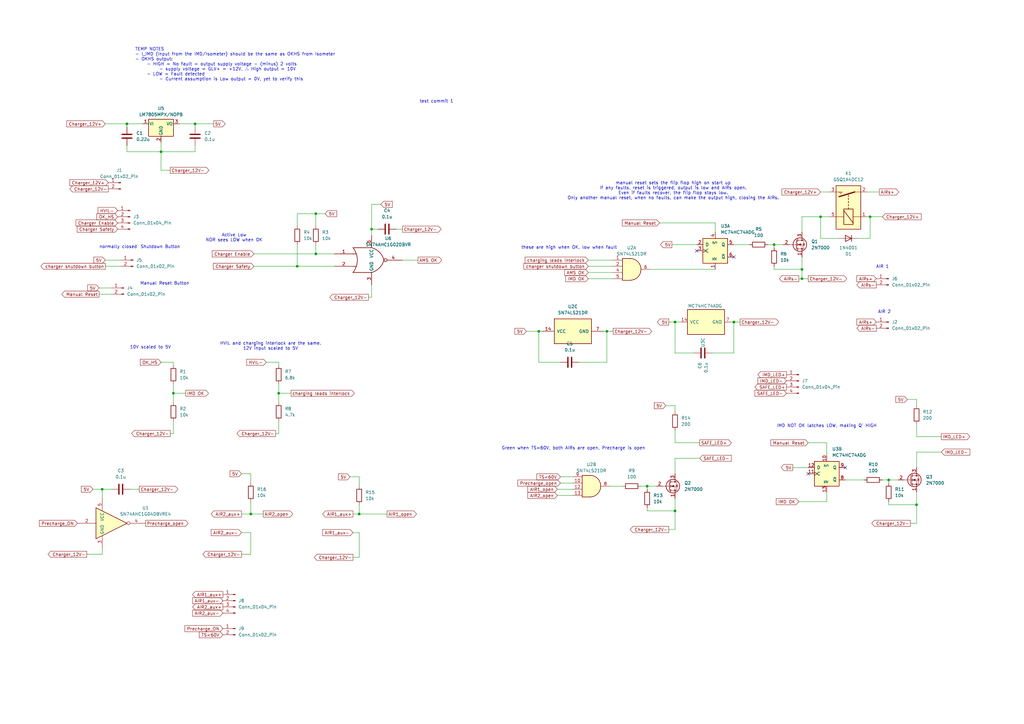
<source format=kicad_sch>
(kicad_sch (version 20250114) (generator "eeschema") (generator_version "9.0")
  (paper "A3")
  (title_block (comment 1 "Author: Keelan Reilly"))
  (lib_symbols
    (symbol "74xGxx:74AHC1G02"
      (property "Reference" "U" (at -2.54 3.81 0))
      (property "Value" "74AHC1G02" (at 0 -3.81 0))
      (symbol "74AHC1G02_1_1"
        (pin input line (at -15.24 2.54 0) (length 7.62) (name "~") (number "1"))
        (pin input line (at -15.24 -2.54 0) (length 7.62) (name "~") (number "2"))
        (pin power_in line (at 0 10.16 270) (length 5.08) (name "VCC") (number "5"))
        (pin power_in line (at 0 -10.16 90) (length 5.08) (name "GND") (number "3"))
        (pin output inverted (at 12.7 0 180) (length 7.62) (name "~") (number "4"))
      )
    )
    (symbol "74xGxx:74AHC1G04"
      (property "Reference" "U" (at -2.54 3.81 0))
      (property "Value" "74AHC1G04" (at 0 -3.81 0))
      (symbol "74AHC1G04_1_1"
        (pin input line (at -15.24 0 0) (length 7.62) (name "~") (number "2"))
        (pin power_in line (at -5.08 10.16 270) (length 5.08) (name "VCC") (number "5"))
        (pin power_in line (at -5.08 -10.16 90) (length 5.08) (name "GND") (number "3"))
        (pin output inverted (at 12.7 0 180) (length 7.62) (name "~") (number "4"))
      )
    )
    (symbol "74xx:74HC74" (pin_names (offset 1.016))
      (property "Reference" "U" (at -7.62 8.89 0))
      (property "Value" "74HC74" (at -7.62 -8.89 0))
      (symbol "74HC74_1_0"
        (pin input line (at -7.62 2.54 0) (length 2.54) (name "D") (number "2"))
        (pin input clock (at -7.62 0 0) (length 2.54) (name "C") (number "3"))
        (pin input line (at 0 7.62 270) (length 2.54) (name "~{S}") (number "4"))
        (pin input line (at 0 -7.62 90) (length 2.54) (name "~{R}") (number "1"))
        (pin output line (at 7.62 2.54 180) (length 2.54) (name "Q") (number "5"))
        (pin output line (at 7.62 -2.54 180) (length 2.54) (name "~{Q}") (number "6"))
      )
      (symbol "74HC74_2_0"
        (pin input line (at -7.62 2.54 0) (length 2.54) (name "D") (number "12"))
        (pin input clock (at -7.62 0 0) (length 2.54) (name "C") (number "11"))
        (pin input line (at 0 7.62 270) (length 2.54) (name "~{S}") (number "10"))
        (pin input line (at 0 -7.62 90) (length 2.54) (name "~{R}") (number "13"))
        (pin output line (at 7.62 2.54 180) (length 2.54) (name "Q") (number "9"))
        (pin output line (at 7.62 -2.54 180) (length 2.54) (name "~{Q}") (number "8"))
      )
      (symbol "74HC74_3_0"
        (pin power_in line (at 0 10.16 270) (length 2.54) (name "VCC") (number "14"))
        (pin power_in line (at 0 -10.16 90) (length 2.54) (name "GND") (number "7"))
      )
    )
    (symbol "74xx:74LS21" (pin_names (offset 1.016))
      (property "Reference" "U" (at 0 1.27 0))
      (property "Value" "74LS21" (at 0 -1.27 0))
      (symbol "74LS21_1_1"
        (pin input line (at -7.62 3.81 0) (length 3.81) (name "~") (number "1"))
        (pin input line (at -7.62 1.27 0) (length 3.81) (name "~") (number "2"))
        (pin input line (at -7.62 -1.27 0) (length 3.81) (name "~") (number "4"))
        (pin input line (at -7.62 -3.81 0) (length 3.81) (name "~") (number "5"))
        (pin output line (at 7.62 0 180) (length 3.81) (name "~") (number "6"))
      )
      (symbol "74LS21_1_2"
        (pin input inverted (at -7.62 3.81 0) (length 3.81) (name "~") (number "1"))
        (pin input inverted (at -7.62 1.27 0) (length 4.826) (name "~") (number "2"))
        (pin input inverted (at -7.62 -1.27 0) (length 4.826) (name "~") (number "4"))
        (pin input inverted (at -7.62 -3.81 0) (length 3.81) (name "~") (number "5"))
        (pin output inverted (at 7.62 0 180) (length 3.81) (name "~") (number "6"))
      )
      (symbol "74LS21_2_1"
        (pin input line (at -7.62 3.81 0) (length 3.81) (name "~") (number "9"))
        (pin input line (at -7.62 1.27 0) (length 3.81) (name "~") (number "10"))
        (pin input line (at -7.62 -1.27 0) (length 3.81) (name "~") (number "12"))
        (pin input line (at -7.62 -3.81 0) (length 3.81) (name "~") (number "13"))
        (pin output line (at 7.62 0 180) (length 3.81) (name "~") (number "8"))
      )
      (symbol "74LS21_2_2"
        (pin input inverted (at -7.62 3.81 0) (length 3.81) (name "~") (number "9"))
        (pin input inverted (at -7.62 1.27 0) (length 4.826) (name "~") (number "10"))
        (pin input inverted (at -7.62 -1.27 0) (length 4.826) (name "~") (number "12"))
        (pin input inverted (at -7.62 -3.81 0) (length 3.81) (name "~") (number "13"))
        (pin output inverted (at 7.62 0 180) (length 3.81) (name "~") (number "8"))
      )
      (symbol "74LS21_3_0"
        (pin power_in line (at 0 12.7 270) (length 5.08) (name "VCC") (number "14"))
        (pin power_in line (at 0 -12.7 90) (length 5.08) (name "GND") (number "7"))
      )
    )
    (symbol "Connector:Conn_01x02_Pin" (pin_names (offset 1.016) (hide yes))
      (property "Reference" "J" (at 0 2.54 0))
      (property "Value" "Conn_01x02_Pin" (at 0 -5.08 0))
      (symbol "Conn_01x02_Pin_1_1"
        (pin passive line (at 5.08 0 180) (length 3.81) (name "Pin_1") (number "1"))
        (pin passive line (at 5.08 -2.54 180) (length 3.81) (name "Pin_2") (number "2"))
      )
    )
    (symbol "Connector:Conn_01x04_Pin" (pin_names (offset 1.016) (hide yes))
      (property "Reference" "J" (at 0 5.08 0))
      (property "Value" "Conn_01x04_Pin" (at 0 -7.62 0))
      (symbol "Conn_01x04_Pin_1_1"
        (pin passive line (at 5.08 2.54 180) (length 3.81) (name "Pin_1") (number "1"))
        (pin passive line (at 5.08 0 180) (length 3.81) (name "Pin_2") (number "2"))
        (pin passive line (at 5.08 -2.54 180) (length 3.81) (name "Pin_3") (number "3"))
        (pin passive line (at 5.08 -5.08 180) (length 3.81) (name "Pin_4") (number "4"))
      )
    )
    (symbol "Device:C" (pin_numbers (hide yes)) (pin_names (offset 0.254))
      (property "Reference" "C" (at 0.635 2.54 0))
      (property "Value" "C" (at 0.635 -2.54 0))
      (symbol "C_1_1"
        (pin passive line (at 0 3.81 270) (length 2.794) (name "~") (number "1"))
        (pin passive line (at 0 -3.81 90) (length 2.794) (name "~") (number "2"))
      )
    )
    (symbol "Device:R" (pin_numbers (hide yes)) (pin_names (offset 0))
      (property "Reference" "R" (at 2.032 0 90))
      (property "Value" "R" (at 0 0 90))
      (symbol "R_1_1"
        (pin passive line (at 0 3.81 270) (length 1.27) (name "~") (number "1"))
        (pin passive line (at 0 -3.81 90) (length 1.27) (name "~") (number "2"))
      )
    )
    (symbol "Diode:1N4001" (pin_numbers (hide yes)) (pin_names (hide yes))
      (property "Reference" "D" (at 0 2.54 0))
      (property "Value" "1N4001" (at 0 -2.54 0))
      (symbol "1N4001_1_1"
        (pin passive line (at -3.81 0 0) (length 2.54) (name "K") (number "1"))
        (pin passive line (at 3.81 0 180) (length 2.54) (name "A") (number "2"))
      )
    )
    (symbol "Regulator_Linear:LM7805_TO220" (pin_names (offset 0.254))
      (property "Reference" "U" (at -3.81 3.175 0))
      (property "Value" "LM7805_TO220" (at 0 3.175 0))
      (symbol "LM7805_TO220_1_1"
        (pin power_in line (at -7.62 0 0) (length 2.54) (name "VI") (number "1"))
        (pin power_in line (at 0 -7.62 90) (length 2.54) (name "GND") (number "2"))
        (pin power_out line (at 7.62 0 180) (length 2.54) (name "VO") (number "3"))
      )
    )
    (symbol "Relay:G5Q-1A"
      (property "Reference" "K" (at 8.89 3.81 0))
      (property "Value" "G5Q-1A" (at 8.89 1.27 0))
      (symbol "G5Q-1A_1_1"
        (pin passive line (at -5.08 7.62 270) (length 2.54) (name "~") (number "5"))
        (pin passive line (at -5.08 -7.62 90) (length 2.54) (name "~") (number "1"))
        (pin passive line (at 5.08 7.62 270) (length 2.54) (name "~") (number "3"))
        (pin passive line (at 5.08 -7.62 90) (length 2.54) (name "~") (number "2"))
      )
    )
    (symbol "Transistor_FET:2N7000" (pin_names (hide yes))
      (property "Reference" "Q" (at 5.08 1.905 0))
      (property "Value" "2N7000" (at 5.08 0 0))
      (symbol "2N7000_1_1"
        (pin input line (at -5.08 0 0) (length 2.54) (name "G") (number "2"))
        (pin passive line (at 2.54 5.08 270) (length 2.54) (name "D") (number "3"))
        (pin passive line (at 2.54 -5.08 90) (length 2.54) (name "S") (number "1"))
      )
    )
  )
  (text "test commit 1" (at 179.07 41.656 0) (effects (font (size 1.27 1.27))))
  (text "10V scaled to 5V" (at 61.722 142.494 0) (effects (font (size 1.27 1.27))))
  (text "AIR 2" (at 362.712 128.016 0) (effects (font (size 1.27 1.27))))
  (text "manual reset sets the flip flop high on start up\nIf any faults, reset is triggered, output is low and AIRs open.\nEven if faults recover, the flip flop stays low.\nOnly another manual reset, when no faults, can make the output high, closing the AIRs." (at 276.098 78.232 0) (effects (font (size 1.27 1.27))))
  (text "AIR 1" (at 361.95 109.474 0) (effects (font (size 1.27 1.27))))
  (text "Green when TS<60V, both AIRs are open, Precharge is open" (at 235.204 183.896 0) (effects (font (size 1.27 1.27))))
  (text "Manual Reset Button" (at 67.564 116.332 0) (effects (font (size 1.27 1.27))))
  (text "these are high when OK, low when fault" (at 233.426 101.6 0) (effects (font (size 1.27 1.27))))
  (text "Active Low\nNOR sees LOW when OK" (at 96.012 97.536 0) (effects (font (size 1.27 1.27))))
  (text "normally closed" (at 48.514 101.346 0) (effects (font (size 1.27 1.27))))
  (text "TEMP NOTES\n- I_IMD (Input from the IMD/Isometer) should be the same as OKHS from Isometer\n- OKHS output:\n	- HIGH = No fault = output supply voltage - (minus) 2 volts\n		- supply voltage = GLV+ = +12V, ∴ High output = 10V\n	- LOW = Fault detected\n		- Current assumption is Low output = 0V, yet to verify this" (at 55.372 26.416 0) (effects (font (size 1.27 1.27)) (justify left)))
  (text "Shutdown Button" (at 65.786 101.346 0) (effects (font (size 1.27 1.27))))
  (text "IMD NOT OK latches LOW, making Q' HIGH" (at 339.09 174.752 0) (effects (font (size 1.27 1.27))))
  (text "HVIL and charging interlock are the same.\n12V input scaled to 5V" (at 110.998 141.986 0) (effects (font (size 1.27 1.27))))
  (junction (at 152.4 93.98))
  (junction (at 300.99 132.08))
  (junction (at 129.54 87.63))
  (junction (at 102.87 210.82))
  (junction (at 71.12 161.29))
  (junction (at 356.87 88.9))
  (junction (at 328.93 110.49))
  (junction (at 147.32 210.82))
  (junction (at 375.92 207.01))
  (junction (at 114.3 161.29))
  (junction (at 248.92 135.89))
  (junction (at 276.86 132.08))
  (junction (at 52.07 50.8))
  (junction (at 328.93 114.3))
  (junction (at 265.43 199.39))
  (junction (at 121.92 109.22))
  (junction (at 364.49 196.85))
  (junction (at 276.86 209.55))
  (junction (at 41.91 200.66))
  (junction (at 80.01 50.8))
  (junction (at 129.54 104.14))
  (junction (at 66.04 62.23))
  (junction (at 336.55 88.9))
  (junction (at 317.5 100.33))
  (junction (at 220.98 135.89))
  (no_connect (at 285.75 102.87))
  (no_connect (at 300.99 105.41))
  (no_connect (at 331.47 194.31))
  (no_connect (at 346.71 191.77))
  (wire (pts (xy 228.6 203.2) (xy 234.95 203.2)))
  (wire (pts (xy 152.4 93.98) (xy 152.4 96.52)))
  (wire (pts (xy 73.66 50.8) (xy 80.01 50.8)))
  (wire (pts (xy 102.87 210.82) (xy 107.95 210.82)))
  (wire (pts (xy 251.46 135.89) (xy 248.92 135.89)))
  (wire (pts (xy 41.91 200.66) (xy 41.91 204.47)))
  (wire (pts (xy 300.99 132.08) (xy 300.99 144.78)))
  (wire (pts (xy 71.12 148.59) (xy 71.12 149.86)))
  (wire (pts (xy 113.03 177.8) (xy 114.3 177.8)))
  (wire (pts (xy 287.02 181.61) (xy 276.86 181.61)))
  (wire (pts (xy 71.12 157.48) (xy 71.12 161.29)))
  (wire (pts (xy 66.04 62.23) (xy 80.01 62.23)))
  (wire (pts (xy 386.08 179.07) (xy 375.92 179.07)))
  (wire (pts (xy 276.86 187.96) (xy 276.86 194.31)))
  (wire (pts (xy 265.43 209.55) (xy 276.86 209.55)))
  (wire (pts (xy 35.56 227.33) (xy 41.91 227.33)))
  (wire (pts (xy 66.04 69.85) (xy 69.85 69.85)))
  (wire (pts (xy 317.5 109.22) (xy 317.5 110.49)))
  (wire (pts (xy 40.64 120.65) (xy 45.72 120.65)))
  (wire (pts (xy 360.68 78.74) (xy 355.6 78.74)))
  (wire (pts (xy 344.17 97.79) (xy 336.55 97.79)))
  (wire (pts (xy 121.92 109.22) (xy 137.16 109.22)))
  (wire (pts (xy 80.01 62.23) (xy 80.01 59.69)))
  (wire (pts (xy 327.66 205.74) (xy 339.09 205.74)))
  (wire (pts (xy 265.43 200.66) (xy 265.43 199.39)))
  (wire (pts (xy 43.18 50.8) (xy 52.07 50.8)))
  (wire (pts (xy 248.92 148.59) (xy 248.92 135.89)))
  (wire (pts (xy 339.09 205.74) (xy 339.09 201.93)))
  (wire (pts (xy 71.12 161.29) (xy 76.2 161.29)))
  (wire (pts (xy 328.93 110.49) (xy 328.93 114.3)))
  (wire (pts (xy 147.32 207.01) (xy 147.32 210.82)))
  (wire (pts (xy 250.19 199.39) (xy 255.27 199.39)))
  (wire (pts (xy 71.12 177.8) (xy 71.12 172.72)))
  (wire (pts (xy 262.89 199.39) (xy 265.43 199.39)))
  (wire (pts (xy 340.36 88.9) (xy 336.55 88.9)))
  (wire (pts (xy 129.54 87.63) (xy 121.92 87.63)))
  (wire (pts (xy 375.92 207.01) (xy 375.92 214.63)))
  (wire (pts (xy 229.87 195.58) (xy 234.95 195.58)))
  (wire (pts (xy 317.5 110.49) (xy 328.93 110.49)))
  (wire (pts (xy 275.59 100.33) (xy 285.75 100.33)))
  (wire (pts (xy 265.43 199.39) (xy 269.24 199.39)))
  (wire (pts (xy 102.87 210.82) (xy 102.87 205.74)))
  (wire (pts (xy 71.12 161.29) (xy 71.12 165.1)))
  (wire (pts (xy 147.32 218.44) (xy 147.32 228.6)))
  (wire (pts (xy 237.49 148.59) (xy 248.92 148.59)))
  (wire (pts (xy 99.06 210.82) (xy 102.87 210.82)))
  (wire (pts (xy 104.14 109.22) (xy 121.92 109.22)))
  (wire (pts (xy 314.96 100.33) (xy 317.5 100.33)))
  (wire (pts (xy 114.3 148.59) (xy 114.3 149.86)))
  (wire (pts (xy 270.51 91.44) (xy 293.37 91.44)))
  (wire (pts (xy 99.06 194.31) (xy 102.87 194.31)))
  (wire (pts (xy 300.99 100.33) (xy 307.34 100.33)))
  (wire (pts (xy 229.87 198.12) (xy 234.95 198.12)))
  (wire (pts (xy 102.87 194.31) (xy 102.87 198.12)))
  (wire (pts (xy 355.6 88.9) (xy 356.87 88.9)))
  (wire (pts (xy 121.92 100.33) (xy 121.92 109.22)))
  (wire (pts (xy 66.04 58.42) (xy 66.04 62.23)))
  (wire (pts (xy 129.54 100.33) (xy 129.54 104.14)))
  (wire (pts (xy 133.35 87.63) (xy 129.54 87.63)))
  (wire (pts (xy 53.34 200.66) (xy 57.15 200.66)))
  (wire (pts (xy 356.87 88.9) (xy 361.95 88.9)))
  (wire (pts (xy 375.92 201.93) (xy 375.92 207.01)))
  (wire (pts (xy 152.4 121.92) (xy 152.4 116.84)))
  (wire (pts (xy 373.38 214.63) (xy 375.92 214.63)))
  (wire (pts (xy 171.45 106.68) (xy 165.1 106.68)))
  (wire (pts (xy 222.25 135.89) (xy 220.98 135.89)))
  (wire (pts (xy 346.71 196.85) (xy 354.33 196.85)))
  (wire (pts (xy 303.53 132.08) (xy 300.99 132.08)))
  (wire (pts (xy 276.86 144.78) (xy 276.86 132.08)))
  (wire (pts (xy 276.86 132.08) (xy 279.4 132.08)))
  (wire (pts (xy 102.87 218.44) (xy 102.87 227.33)))
  (wire (pts (xy 361.95 196.85) (xy 364.49 196.85)))
  (wire (pts (xy 265.43 208.28) (xy 265.43 209.55)))
  (wire (pts (xy 274.32 217.17) (xy 276.86 217.17)))
  (wire (pts (xy 292.1 144.78) (xy 300.99 144.78)))
  (wire (pts (xy 69.85 177.8) (xy 71.12 177.8)))
  (wire (pts (xy 114.3 161.29) (xy 119.38 161.29)))
  (wire (pts (xy 52.07 62.23) (xy 66.04 62.23)))
  (wire (pts (xy 364.49 207.01) (xy 375.92 207.01)))
  (wire (pts (xy 109.22 148.59) (xy 114.3 148.59)))
  (wire (pts (xy 147.32 210.82) (xy 144.78 210.82)))
  (wire (pts (xy 220.98 148.59) (xy 229.87 148.59)))
  (wire (pts (xy 154.94 93.98) (xy 152.4 93.98)))
  (wire (pts (xy 143.51 195.58) (xy 147.32 195.58)))
  (wire (pts (xy 41.91 227.33) (xy 41.91 224.79)))
  (wire (pts (xy 317.5 101.6) (xy 317.5 100.33)))
  (wire (pts (xy 151.13 121.92) (xy 152.4 121.92)))
  (wire (pts (xy 386.08 185.42) (xy 375.92 185.42)))
  (wire (pts (xy 147.32 195.58) (xy 147.32 199.39)))
  (wire (pts (xy 241.3 114.3) (xy 251.46 114.3)))
  (wire (pts (xy 220.98 135.89) (xy 220.98 148.59)))
  (wire (pts (xy 300.99 132.08) (xy 299.72 132.08)))
  (wire (pts (xy 274.32 132.08) (xy 276.86 132.08)))
  (wire (pts (xy 287.02 187.96) (xy 276.86 187.96)))
  (wire (pts (xy 328.93 88.9) (xy 328.93 95.25)))
  (wire (pts (xy 317.5 100.33) (xy 321.31 100.33)))
  (wire (pts (xy 293.37 91.44) (xy 293.37 95.25)))
  (wire (pts (xy 147.32 228.6) (xy 144.78 228.6)))
  (wire (pts (xy 114.3 177.8) (xy 114.3 172.72)))
  (wire (pts (xy 228.6 200.66) (xy 234.95 200.66)))
  (wire (pts (xy 327.66 114.3) (xy 328.93 114.3)))
  (wire (pts (xy 375.92 163.83) (xy 375.92 166.37)))
  (wire (pts (xy 336.55 88.9) (xy 328.93 88.9)))
  (wire (pts (xy 241.3 109.22) (xy 251.46 109.22)))
  (wire (pts (xy 80.01 50.8) (xy 80.01 52.07)))
  (wire (pts (xy 66.04 62.23) (xy 66.04 69.85)))
  (wire (pts (xy 121.92 87.63) (xy 121.92 92.71)))
  (wire (pts (xy 375.92 185.42) (xy 375.92 191.77)))
  (wire (pts (xy 104.14 104.14) (xy 129.54 104.14)))
  (wire (pts (xy 331.47 181.61) (xy 339.09 181.61)))
  (wire (pts (xy 364.49 205.74) (xy 364.49 207.01)))
  (wire (pts (xy 102.87 227.33) (xy 99.06 227.33)))
  (wire (pts (xy 273.05 166.37) (xy 276.86 166.37)))
  (wire (pts (xy 364.49 198.12) (xy 364.49 196.85)))
  (wire (pts (xy 52.07 50.8) (xy 52.07 52.07)))
  (wire (pts (xy 215.9 135.89) (xy 220.98 135.89)))
  (wire (pts (xy 336.55 78.74) (xy 340.36 78.74)))
  (wire (pts (xy 364.49 196.85) (xy 368.3 196.85)))
  (wire (pts (xy 129.54 87.63) (xy 129.54 92.71)))
  (wire (pts (xy 45.72 118.11) (xy 40.64 118.11)))
  (wire (pts (xy 241.3 111.76) (xy 251.46 111.76)))
  (wire (pts (xy 52.07 50.8) (xy 58.42 50.8)))
  (wire (pts (xy 331.47 114.3) (xy 328.93 114.3)))
  (wire (pts (xy 43.18 106.68) (xy 49.53 106.68)))
  (wire (pts (xy 241.3 106.68) (xy 251.46 106.68)))
  (wire (pts (xy 165.1 93.98) (xy 162.56 93.98)))
  (wire (pts (xy 328.93 105.41) (xy 328.93 110.49)))
  (wire (pts (xy 152.4 83.82) (xy 152.4 93.98)))
  (wire (pts (xy 66.04 148.59) (xy 71.12 148.59)))
  (wire (pts (xy 156.21 83.82) (xy 152.4 83.82)))
  (wire (pts (xy 114.3 161.29) (xy 114.3 165.1)))
  (wire (pts (xy 52.07 59.69) (xy 52.07 62.23)))
  (wire (pts (xy 266.7 110.49) (xy 293.37 110.49)))
  (wire (pts (xy 99.06 218.44) (xy 102.87 218.44)))
  (wire (pts (xy 41.91 200.66) (xy 45.72 200.66)))
  (wire (pts (xy 276.86 166.37) (xy 276.86 168.91)))
  (wire (pts (xy 80.01 50.8) (xy 87.63 50.8)))
  (wire (pts (xy 248.92 135.89) (xy 247.65 135.89)))
  (wire (pts (xy 375.92 173.99) (xy 375.92 179.07)))
  (wire (pts (xy 325.12 191.77) (xy 331.47 191.77)))
  (wire (pts (xy 38.1 200.66) (xy 41.91 200.66)))
  (wire (pts (xy 372.11 163.83) (xy 375.92 163.83)))
  (wire (pts (xy 336.55 97.79) (xy 336.55 88.9)))
  (wire (pts (xy 276.86 204.47) (xy 276.86 209.55)))
  (wire (pts (xy 147.32 210.82) (xy 158.75 210.82)))
  (wire (pts (xy 144.78 218.44) (xy 147.32 218.44)))
  (wire (pts (xy 276.86 209.55) (xy 276.86 217.17)))
  (wire (pts (xy 284.48 144.78) (xy 276.86 144.78)))
  (wire (pts (xy 356.87 97.79) (xy 356.87 88.9)))
  (wire (pts (xy 114.3 157.48) (xy 114.3 161.29)))
  (wire (pts (xy 129.54 104.14) (xy 137.16 104.14)))
  (wire (pts (xy 276.86 176.53) (xy 276.86 181.61)))
  (wire (pts (xy 339.09 181.61) (xy 339.09 186.69)))
  (wire (pts (xy 43.18 109.22) (xy 49.53 109.22)))
  (wire (pts (xy 351.79 97.79) (xy 356.87 97.79)))
  (global_label "AIRs-" (shape output) (at 359.41 116.84 180) (property "Intersheetrefs" "${INTERSHEET_REFS}" (effects (hide yes))))
  (global_label "AIR1_open" (shape input) (at 228.6 200.66 180) (property "Intersheetrefs" "${INTERSHEET_REFS}" (effects (hide yes))))
  (global_label "AIR1_aux-" (shape input) (at 144.78 218.44 180) (property "Intersheetrefs" "${INTERSHEET_REFS}" (effects (hide yes))))
  (global_label "charging leads interlock" (shape input) (at 241.3 106.68 180) (property "Intersheetrefs" "${INTERSHEET_REFS}" (effects (hide yes))))
  (global_label "AMS OK" (shape input) (at 241.3 111.76 180) (property "Intersheetrefs" "${INTERSHEET_REFS}" (effects (hide yes))))
  (global_label "charger shutdown button" (shape input) (at 241.3 109.22 180) (property "Intersheetrefs" "${INTERSHEET_REFS}" (effects (hide yes))))
  (global_label "Charger Safety" (shape input) (at 104.14 109.22 180) (property "Intersheetrefs" "${INTERSHEET_REFS}" (effects (hide yes))))
  (global_label "SAFE_LED+" (shape output) (at 287.02 181.61 0) (property "Intersheetrefs" "${INTERSHEET_REFS}" (effects (hide yes))))
  (global_label "HVIL-" (shape input) (at 109.22 148.59 180) (property "Intersheetrefs" "${INTERSHEET_REFS}" (effects (hide yes))))
  (global_label "Charger_12V-" (shape output) (at 274.32 217.17 180) (property "Intersheetrefs" "${INTERSHEET_REFS}" (effects (hide yes))))
  (global_label "Precharge_open" (shape input) (at 229.87 198.12 180) (property "Intersheetrefs" "${INTERSHEET_REFS}" (effects (hide yes))))
  (global_label "AIRs-" (shape output) (at 359.41 134.62 180) (property "Intersheetrefs" "${INTERSHEET_REFS}" (effects (hide yes))))
  (global_label "AIR2_aux-" (shape input) (at 99.06 218.44 180) (property "Intersheetrefs" "${INTERSHEET_REFS}" (effects (hide yes))))
  (global_label "AIRs-" (shape output) (at 327.66 114.3 180) (property "Intersheetrefs" "${INTERSHEET_REFS}" (effects (hide yes))))
  (global_label "5V" (shape input) (at 38.1 200.66 180) (property "Intersheetrefs" "${INTERSHEET_REFS}" (effects (hide yes))))
  (global_label "AIR1_aux+" (shape output) (at 144.78 210.82 180) (property "Intersheetrefs" "${INTERSHEET_REFS}" (effects (hide yes))))
  (global_label "Charger_12V+" (shape input) (at 44.45 74.93 180) (property "Intersheetrefs" "${INTERSHEET_REFS}" (effects (hide yes))))
  (global_label "charging leads interlock" (shape output) (at 119.38 161.29 0) (property "Intersheetrefs" "${INTERSHEET_REFS}" (effects (hide yes))))
  (global_label "AIRs+" (shape input) (at 359.41 132.08 180) (property "Intersheetrefs" "${INTERSHEET_REFS}" (effects (hide yes))))
  (global_label "Charger_12V-" (shape output) (at 44.45 77.47 180) (property "Intersheetrefs" "${INTERSHEET_REFS}" (effects (hide yes))))
  (global_label "Charger Enable" (shape input) (at 104.14 104.14 180) (property "Intersheetrefs" "${INTERSHEET_REFS}" (effects (hide yes))))
  (global_label "5V" (shape output) (at 87.63 50.8 0) (property "Intersheetrefs" "${INTERSHEET_REFS}" (effects (hide yes))))
  (global_label "Charger_12V-" (shape output) (at 35.56 227.33 180) (property "Intersheetrefs" "${INTERSHEET_REFS}" (effects (hide yes))))
  (global_label "5V" (shape input) (at 143.51 195.58 180) (property "Intersheetrefs" "${INTERSHEET_REFS}" (effects (hide yes))))
  (global_label "SAFE_LED+" (shape output) (at 322.58 158.75 180) (property "Intersheetrefs" "${INTERSHEET_REFS}" (effects (hide yes))))
  (global_label "Precharge_ON" (shape input) (at 31.75 214.63 180) (property "Intersheetrefs" "${INTERSHEET_REFS}" (effects (hide yes))))
  (global_label "HVIL-" (shape input) (at 48.26 86.36 180) (property "Intersheetrefs" "${INTERSHEET_REFS}" (effects (hide yes))))
  (global_label "5V" (shape input) (at 372.11 163.83 180) (property "Intersheetrefs" "${INTERSHEET_REFS}" (effects (hide yes))))
  (global_label "SAFE_LED-" (shape input) (at 287.02 187.96 0) (property "Intersheetrefs" "${INTERSHEET_REFS}" (effects (hide yes))))
  (global_label "AMS OK" (shape output) (at 171.45 106.68 0) (property "Intersheetrefs" "${INTERSHEET_REFS}" (effects (hide yes))))
  (global_label "AIR2_aux+" (shape output) (at 91.44 248.92 180) (property "Intersheetrefs" "${INTERSHEET_REFS}" (effects (hide yes))))
  (global_label "IMD_LED+" (shape output) (at 386.08 179.07 0) (property "Intersheetrefs" "${INTERSHEET_REFS}" (effects (hide yes))))
  (global_label "OK_HS" (shape input) (at 66.04 148.59 180) (property "Intersheetrefs" "${INTERSHEET_REFS}" (effects (hide yes))))
  (global_label "5V" (shape input) (at 156.21 83.82 0) (property "Intersheetrefs" "${INTERSHEET_REFS}" (effects (hide yes))))
  (global_label "Precharge_open" (shape output) (at 59.69 214.63 0) (property "Intersheetrefs" "${INTERSHEET_REFS}" (effects (hide yes))))
  (global_label "5V" (shape input) (at 43.18 106.68 180) (property "Intersheetrefs" "${INTERSHEET_REFS}" (effects (hide yes))))
  (global_label "AIR1_aux+" (shape output) (at 91.44 243.84 180) (property "Intersheetrefs" "${INTERSHEET_REFS}" (effects (hide yes))))
  (global_label "IMD OK" (shape output) (at 76.2 161.29 0) (property "Intersheetrefs" "${INTERSHEET_REFS}" (effects (hide yes))))
  (global_label "5V" (shape output) (at 325.12 191.77 180) (property "Intersheetrefs" "${INTERSHEET_REFS}" (effects (hide yes))))
  (global_label "Charger_12V-" (shape output) (at 165.1 93.98 0) (property "Intersheetrefs" "${INTERSHEET_REFS}" (effects (hide yes))))
  (global_label "IMD_LED+" (shape output) (at 322.58 153.67 180) (property "Intersheetrefs" "${INTERSHEET_REFS}" (effects (hide yes))))
  (global_label "AIR2_aux+" (shape output) (at 99.06 210.82 180) (property "Intersheetrefs" "${INTERSHEET_REFS}" (effects (hide yes))))
  (global_label "Charger_12V+" (shape input) (at 361.95 88.9 0) (property "Intersheetrefs" "${INTERSHEET_REFS}" (effects (hide yes))))
  (global_label "AIRs+" (shape input) (at 359.41 114.3 180) (property "Intersheetrefs" "${INTERSHEET_REFS}" (effects (hide yes))))
  (global_label "Charger_12V-" (shape output) (at 57.15 200.66 0) (property "Intersheetrefs" "${INTERSHEET_REFS}" (effects (hide yes))))
  (global_label "SAFE_LED-" (shape input) (at 322.58 161.29 180) (property "Intersheetrefs" "${INTERSHEET_REFS}" (effects (hide yes))))
  (global_label "AIR2_open" (shape output) (at 107.95 210.82 0) (property "Intersheetrefs" "${INTERSHEET_REFS}" (effects (hide yes))))
  (global_label "5V" (shape input) (at 40.64 118.11 180) (property "Intersheetrefs" "${INTERSHEET_REFS}" (effects (hide yes))))
  (global_label "Charger_12V-" (shape output) (at 113.03 177.8 180) (property "Intersheetrefs" "${INTERSHEET_REFS}" (effects (hide yes))))
  (global_label "5V" (shape input) (at 215.9 135.89 180) (property "Intersheetrefs" "${INTERSHEET_REFS}" (effects (hide yes))))
  (global_label "Charger_12V-" (shape output) (at 373.38 214.63 180) (property "Intersheetrefs" "${INTERSHEET_REFS}" (effects (hide yes))))
  (global_label "Charger_12V-" (shape output) (at 144.78 228.6 180) (property "Intersheetrefs" "${INTERSHEET_REFS}" (effects (hide yes))))
  (global_label "Manual Reset" (shape input) (at 270.51 91.44 180) (property "Intersheetrefs" "${INTERSHEET_REFS}" (effects (hide yes))))
  (global_label "Manual Reset" (shape output) (at 40.64 120.65 180) (property "Intersheetrefs" "${INTERSHEET_REFS}" (effects (hide yes))))
  (global_label "5V" (shape output) (at 274.32 132.08 180) (property "Intersheetrefs" "${INTERSHEET_REFS}" (effects (hide yes))))
  (global_label "Charger_12V-" (shape output) (at 331.47 114.3 0) (property "Intersheetrefs" "${INTERSHEET_REFS}" (effects (hide yes))))
  (global_label "Precharge_ON" (shape input) (at 91.44 257.81 180) (property "Intersheetrefs" "${INTERSHEET_REFS}" (effects (hide yes))))
  (global_label "Charger_12V+" (shape input) (at 43.18 50.8 180) (property "Intersheetrefs" "${INTERSHEET_REFS}" (effects (hide yes))))
  (global_label "IMD_LED-" (shape input) (at 322.58 156.21 180) (property "Intersheetrefs" "${INTERSHEET_REFS}" (effects (hide yes))))
  (global_label "IMD_LED-" (shape input) (at 386.08 185.42 0) (property "Intersheetrefs" "${INTERSHEET_REFS}" (effects (hide yes))))
  (global_label "Charger_12V-" (shape output) (at 303.53 132.08 0) (property "Intersheetrefs" "${INTERSHEET_REFS}" (effects (hide yes))))
  (global_label "IMD OK" (shape input) (at 241.3 114.3 180) (property "Intersheetrefs" "${INTERSHEET_REFS}" (effects (hide yes))))
  (global_label "Charger Enable" (shape input) (at 48.26 91.44 180) (property "Intersheetrefs" "${INTERSHEET_REFS}" (effects (hide yes))))
  (global_label "AIRs+" (shape output) (at 360.68 78.74 0) (property "Intersheetrefs" "${INTERSHEET_REFS}" (effects (hide yes))))
  (global_label "Charger_12V-" (shape output) (at 151.13 121.92 180) (property "Intersheetrefs" "${INTERSHEET_REFS}" (effects (hide yes))))
  (global_label "TS<60V" (shape input) (at 91.44 260.35 180) (property "Intersheetrefs" "${INTERSHEET_REFS}" (effects (hide yes))))
  (global_label "charger shutdown button" (shape output) (at 43.18 109.22 180) (property "Intersheetrefs" "${INTERSHEET_REFS}" (effects (hide yes))))
  (global_label "Charger_12V-" (shape output) (at 69.85 177.8 180) (property "Intersheetrefs" "${INTERSHEET_REFS}" (effects (hide yes))))
  (global_label "5V" (shape input) (at 99.06 194.31 180) (property "Intersheetrefs" "${INTERSHEET_REFS}" (effects (hide yes))))
  (global_label "5V" (shape output) (at 275.59 100.33 180) (property "Intersheetrefs" "${INTERSHEET_REFS}" (effects (hide yes))))
  (global_label "Charger_12V-" (shape output) (at 99.06 227.33 180) (property "Intersheetrefs" "${INTERSHEET_REFS}" (effects (hide yes))))
  (global_label "AIR2_aux-" (shape input) (at 91.44 251.46 180) (property "Intersheetrefs" "${INTERSHEET_REFS}" (effects (hide yes))))
  (global_label "TS<60V" (shape input) (at 229.87 195.58 180) (property "Intersheetrefs" "${INTERSHEET_REFS}" (effects (hide yes))))
  (global_label "Charger_12V-" (shape output) (at 69.85 69.85 0) (property "Intersheetrefs" "${INTERSHEET_REFS}" (effects (hide yes))))
  (global_label "Charger_12V+" (shape input) (at 336.55 78.74 180) (property "Intersheetrefs" "${INTERSHEET_REFS}" (effects (hide yes))))
  (global_label "AIR2_open" (shape input) (at 228.6 203.2 180) (property "Intersheetrefs" "${INTERSHEET_REFS}" (effects (hide yes))))
  (global_label "Charger Safety" (shape input) (at 48.26 93.98 180) (property "Intersheetrefs" "${INTERSHEET_REFS}" (effects (hide yes))))
  (global_label "IMD OK" (shape input) (at 327.66 205.74 180) (property "Intersheetrefs" "${INTERSHEET_REFS}" (effects (hide yes))))
  (global_label "AIR1_open" (shape output) (at 158.75 210.82 0) (property "Intersheetrefs" "${INTERSHEET_REFS}" (effects (hide yes))))
  (global_label "5V" (shape input) (at 273.05 166.37 180) (property "Intersheetrefs" "${INTERSHEET_REFS}" (effects (hide yes))))
  (global_label "OK_HS" (shape input) (at 48.26 88.9 180) (property "Intersheetrefs" "${INTERSHEET_REFS}" (effects (hide yes))))
  (global_label "Charger_12V-" (shape output) (at 251.46 135.89 0) (property "Intersheetrefs" "${INTERSHEET_REFS}" (effects (hide yes))))
  (global_label "Manual Reset" (shape input) (at 331.47 181.61 180) (property "Intersheetrefs" "${INTERSHEET_REFS}" (effects (hide yes))))
  (global_label "AIR1_aux-" (shape input) (at 91.44 246.38 180) (property "Intersheetrefs" "${INTERSHEET_REFS}" (effects (hide yes))))
  (global_label "5V" (shape input) (at 133.35 87.63 0) (property "Intersheetrefs" "${INTERSHEET_REFS}" (effects (hide yes))))
  (symbol (lib_id "74xx:74LS21") (at 259.08 110.49 0) (unit 1)
    (property "Reference" "U2" (at 259.0703 101.6 0))
    (property "Value" "SN74LS21DR" (at 259.0703 104.14 0))
    (property "Footprint" "Package_SO:SOIC-14_3.9x8.7mm_P1.27mm" (effects (hide yes)))
    (property "Datasheet" "http://www.ti.com/lit/gpn/sn74LS21" (effects (hide yes)))
    (property "Description" "Dual 4-input AND" (effects (hide yes)))
    (property "Part Number" "SN74LS21DR" (effects (hide yes)))
  )
  (symbol (lib_id "Transistor_FET:2N7000") (at 373.38 196.85 0) (unit 1)
    (property "Reference" "Q3" (at 379.73 195.5799 0) (effects (justify left)))
    (property "Value" "2N7000" (at 379.73 198.1199 0) (effects (justify left)))
    (property "Footprint" "Package_TO_SOT_THT:TO-92_Inline" (effects (hide yes)))
    (property "Datasheet" "https://www.onsemi.com/download/data-sheet/pdf/nds7002a-d.pdf" (effects (hide yes)))
    (property "Description" "0.2A Id, 200V Vds, N-Channel MOSFET, 2.6V Logic Level, TO-92" (effects (hide yes)))
    (property "Part Number" "2N7000" (effects (hide yes)))
  )
  (symbol (lib_id "74xx:74HC74") (at 293.37 102.87 0) (unit 1)
    (property "Reference" "U3" (at 295.5641 92.71 0) (effects (justify left)))
    (property "Value" "MC74HC74ADG" (at 295.5641 95.25 0) (effects (justify left)))
    (property "Footprint" "Package_SO:SOIC-14_3.9x8.7mm_P1.27mm" (effects (hide yes)))
    (property "Datasheet" "https://www.onsemi.com/download/data-sheet/pdf/mc74hc74a-d.pdf" (effects (hide yes)))
    (property "Description" "Dual D Flip-flop, Set & Reset" (effects (hide yes)))
    (property "Part Number" "MC74HC74ADG" (effects (hide yes)))
  )
  (symbol (lib_id "Device:C") (at 80.01 55.88 0) (unit 1)
    (property "Reference" "C2" (at 83.82 54.6099 0) (effects (justify left)))
    (property "Value" "0.1u" (at 83.82 57.1499 0) (effects (justify left)))
    (property "Footprint" "FA14_Capacitor:FA18X7R1H104KNU00" (effects (hide yes)))
    (property "Datasheet" "http://www.farnell.com/datasheets/2923220.pdf" (effects (hide yes)))
    (property "Description" "Unpolarized capacitor" (effects (hide yes)))
    (property "Part Number" "FA18X7R1H104KNU00" (effects (hide yes)))
  )
  (symbol (lib_id "Device:C") (at 158.75 93.98 90) (unit 1)
    (property "Reference" "C4" (at 158.75 86.36 90))
    (property "Value" "0.1u" (at 158.75 88.9 90))
    (property "Footprint" "FA14_Capacitor:FA18X7R1H104KNU00" (effects (hide yes)))
    (property "Datasheet" "http://www.farnell.com/datasheets/2923220.pdf" (effects (hide yes)))
    (property "Description" "Unpolarized capacitor" (effects (hide yes)))
    (property "Part Number" "FA18X7R1H104KNU00" (effects (hide yes)))
  )
  (symbol (lib_id "Device:R") (at 364.49 201.93 180) (unit 1)
    (property "Reference" "R11" (at 367.03 200.6599 0) (effects (justify right)))
    (property "Value" "10k" (at 367.03 203.1999 0) (effects (justify right)))
    (property "Footprint" "Resistor_THT:R_Axial_DIN0207_L6.3mm_D2.5mm_P10.16mm_Horizontal" (effects (hide yes)))
    (property "Datasheet" "https://www.farnell.com/datasheets/3436052.pdf?_gl=1*j4k0i6*_gcl_au*OTY1ODIxNDc3LjE3MzU0MDg2OTk" (effects (hide yes)))
    (property "Description" "Resistor" (effects (hide yes)))
    (property "Part Number" "MCF 0.25W 10K" (effects (hide yes)))
  )
  (symbol (lib_id "Connector:Conn_01x02_Pin") (at 49.53 74.93 0) (mirror y) (unit 1)
    (property "Reference" "J1" (at 48.895 69.85 0))
    (property "Value" "Conn_01x02_Pin" (at 48.895 72.39 0))
    (property "Footprint" "Connector_JST:JST_XH_B2B-XH-A_1x02_P2.50mm_Vertical" (effects (hide yes)))
    (property "Datasheet" "https://www.jst-mfg.com/product/pdf/eng/eXH.pdf" (effects (hide yes)))
    (property "Description" "Generic connector, single row, 01x02, script generated" (effects (hide yes)))
    (property "Part Number" "B2B-XH-A" (effects (hide yes)))
  )
  (symbol (lib_id "Device:R") (at 121.92 96.52 0) (unit 1)
    (property "Reference" "R4" (at 124.46 95.2499 0) (effects (justify left)))
    (property "Value" "10k" (at 124.46 97.7899 0) (effects (justify left)))
    (property "Footprint" "Resistor_THT:R_Axial_DIN0207_L6.3mm_D2.5mm_P10.16mm_Horizontal" (effects (hide yes)))
    (property "Datasheet" "https://www.farnell.com/datasheets/3436052.pdf?_gl=1*j4k0i6*_gcl_au*OTY1ODIxNDc3LjE3MzU0MDg2OTk" (effects (hide yes)))
    (property "Description" "Resistor" (effects (hide yes)))
    (property "Part Number" "MCF 0.25W 10K" (effects (hide yes)))
  )
  (symbol (lib_id "Device:R") (at 317.5 105.41 180) (unit 1)
    (property "Reference" "R6" (at 320.04 104.1399 0) (effects (justify right)))
    (property "Value" "10k" (at 320.04 106.6799 0) (effects (justify right)))
    (property "Footprint" "Resistor_THT:R_Axial_DIN0207_L6.3mm_D2.5mm_P10.16mm_Horizontal" (effects (hide yes)))
    (property "Datasheet" "https://www.farnell.com/datasheets/3436052.pdf?_gl=1*j4k0i6*_gcl_au*OTY1ODIxNDc3LjE3MzU0MDg2OTk" (effects (hide yes)))
    (property "Description" "Resistor" (effects (hide yes)))
    (property "Part Number" "MCF 0.25W 10K" (effects (hide yes)))
  )
  (symbol (lib_id "Regulator_Linear:LM7805_TO220") (at 66.04 50.8 0) (unit 1)
    (property "Reference" "U5" (at 66.04 44.45 0))
    (property "Value" "LM7805MPX/NOPB" (at 66.04 46.99 0))
    (property "Footprint" "Package_TO_SOT_SMD:SOT-223-3_TabPin2" (effects (hide yes)))
    (property "Datasheet" "https://www.ti.com/lit/gpn/lm7800" (effects (hide yes)))
    (property "Description" "Positive 1A 35V Linear Regulator, Fixed Output 5V, SOT223" (effects (hide yes)))
    (property "Part Number" "LM7805MPX/NOPB" (effects (hide yes)))
  )
  (symbol (lib_id "74xx:74HC74") (at 289.56 132.08 90) (mirror x) (unit 3)
    (property "Reference" "U3" (at 288.2899 138.43 0) (effects (justify left)))
    (property "Value" "MC74HC74ADG" (at 296.164 125.476 90) (effects (justify left)))
    (property "Footprint" "Package_SO:SOIC-14_3.9x8.7mm_P1.27mm" (effects (hide yes)))
    (property "Datasheet" "https://www.onsemi.com/download/data-sheet/pdf/mc74hc74a-d.pdf" (effects (hide yes)))
    (property "Description" "Dual D Flip-flop, Set & Reset" (effects (hide yes)))
    (property "Part Number" "MC74HC74ADG" (effects (hide yes)))
  )
  (symbol (lib_id "Diode:1N4001") (at 347.98 97.79 0) (mirror y) (unit 1)
    (property "Reference" "D1" (at 347.98 104.14 0))
    (property "Value" "1N4001" (at 347.98 101.6 0))
    (property "Footprint" "Diode_THT:D_DO-41_SOD81_P10.16mm_Horizontal" (effects (hide yes)))
    (property "Datasheet" "http://www.vishay.com/docs/88503/1n4001.pdf" (effects (hide yes)))
    (property "Description" "50V 1A General Purpose Rectifier Diode, DO-41" (effects (hide yes)))
    (property "Sim.Device" "D" (effects (hide yes)))
    (property "Sim.Pins" "1=K 2=A" (effects (hide yes)))
    (property "Part Number" "1N4001" (effects (hide yes)))
  )
  (symbol (lib_id "Device:R") (at 375.92 170.18 0) (unit 1)
    (property "Reference" "R12" (at 378.46 168.9099 0) (effects (justify left)))
    (property "Value" "200" (at 378.46 171.4499 0) (effects (justify left)))
    (property "Footprint" "Resistor_THT:R_Axial_DIN0207_L6.3mm_D2.5mm_P10.16mm_Horizontal" (effects (hide yes)))
    (property "Datasheet" "https://www.farnell.com/datasheets/3436052.pdf?_gl=1*1jvprho*_gcl_au*OTY1ODIxNDc3LjE3MzU0MDg2OTk." (effects (hide yes)))
    (property "Description" "Resistor" (effects (hide yes)))
    (property "Part Number" "MCF 0.25W 4K7" (effects (hide yes)))
  )
  (symbol (lib_id "Connector:Conn_01x02_Pin") (at 364.49 114.3 0) (mirror y) (unit 1)
    (property "Reference" "J6" (at 365.76 114.2999 0) (effects (justify right)))
    (property "Value" "Conn_01x02_Pin" (at 365.76 116.8399 0) (effects (justify right)))
    (property "Footprint" "Connector_JST:JST_XH_B2B-XH-A_1x02_P2.50mm_Vertical" (effects (hide yes)))
    (property "Datasheet" "https://www.jst-mfg.com/product/pdf/eng/eXH.pdf" (effects (hide yes)))
    (property "Description" "Generic connector, single row, 01x02, script generated" (effects (hide yes)))
    (property "Part Number" "B2B-XH-A" (effects (hide yes)))
  )
  (symbol (lib_id "Connector:Conn_01x04_Pin") (at 53.34 88.9 0) (mirror y) (unit 1)
    (property "Reference" "J3" (at 54.61 88.8999 0) (effects (justify right)))
    (property "Value" "Conn_01x04_Pin" (at 54.61 91.4399 0) (effects (justify right)))
    (property "Footprint" "Connector_JST:JST_XH_B4B-XH-A_1x04_P2.50mm_Vertical" (effects (hide yes)))
    (property "Datasheet" "https://www.jst-mfg.com/product/pdf/eng/eXH.pdf" (effects (hide yes)))
    (property "Description" "Generic connector, single row, 01x04, script generated" (effects (hide yes)))
    (property "Part Number" "B4B-XH-A" (effects (hide yes)))
  )
  (symbol (lib_id "74xx:74LS21") (at 234.95 135.89 90) (unit 3)
    (property "Reference" "U2" (at 234.95 125.73 90))
    (property "Value" "SN74LS21DR" (at 234.95 128.27 90))
    (property "Footprint" "Package_SO:SOIC-14_3.9x8.7mm_P1.27mm" (effects (hide yes)))
    (property "Datasheet" "http://www.ti.com/lit/gpn/sn74LS21" (effects (hide yes)))
    (property "Description" "Dual 4-input AND" (effects (hide yes)))
    (property "Part Number" "SN74LS21DR" (effects (hide yes)))
  )
  (symbol (lib_id "74xGxx:74AHC1G02") (at 152.4 106.68 0) (unit 1)
    (property "Reference" "U6" (at 159.258 97.79 0))
    (property "Value" "SN74AHC1G02DBVR" (at 159.258 100.33 0))
    (property "Footprint" "Package_TO_SOT_SMD:SOT-23-5" (effects (hide yes)))
    (property "Datasheet" "https://www.ti.com/lit/ds/symlink/sn74ahc1g02.pdf?ts=1738520903275" (effects (hide yes)))
    (property "Description" "Single NOR Gate, Low-Voltage CMOS" (effects (hide yes)))
    (property "Part Number" "SN74AHC1G02DBVR" (effects (hide yes)))
  )
  (symbol (lib_id "74xx:74LS21") (at 242.57 199.39 0) (unit 2)
    (property "Reference" "U2" (at 242.5603 190.5 0))
    (property "Value" "SN74LS21DR" (at 242.5603 193.04 0))
    (property "Footprint" "Package_SO:SOIC-14_3.9x8.7mm_P1.27mm" (effects (hide yes)))
    (property "Datasheet" "http://www.ti.com/lit/gpn/sn74LS21" (effects (hide yes)))
    (property "Description" "Dual 4-input AND" (effects (hide yes)))
    (property "Part Number" "SN74LS21DR" (effects (hide yes)))
  )
  (symbol (lib_id "Device:C") (at 233.68 148.59 270) (unit 1)
    (property "Reference" "C5" (at 233.68 140.97 90))
    (property "Value" "0.1u" (at 233.68 143.51 90))
    (property "Footprint" "FA14_Capacitor:FA18X7R1H104KNU00" (effects (hide yes)))
    (property "Datasheet" "http://www.farnell.com/datasheets/2923220.pdf" (effects (hide yes)))
    (property "Description" "Unpolarized capacitor" (effects (hide yes)))
    (property "Part Number" "FA18X7R1H104KNU00" (effects (hide yes)))
  )
  (symbol (lib_id "74xx:74HC74") (at 339.09 194.31 0) (unit 2)
    (property "Reference" "U3" (at 341.2841 184.15 0) (effects (justify left)))
    (property "Value" "MC74HC74ADG" (at 341.2841 186.69 0) (effects (justify left)))
    (property "Footprint" "Package_SO:SOIC-14_3.9x8.7mm_P1.27mm" (effects (hide yes)))
    (property "Datasheet" "https://www.onsemi.com/download/data-sheet/pdf/mc74hc74a-d.pdf" (effects (hide yes)))
    (property "Description" "Dual D Flip-flop, Set & Reset" (effects (hide yes)))
    (property "Part Number" "MC74HC74ADG" (effects (hide yes)))
  )
  (symbol (lib_id "Device:C") (at 52.07 55.88 0) (unit 1)
    (property "Reference" "C1" (at 55.88 54.6099 0) (effects (justify left)))
    (property "Value" "0.22u" (at 55.88 57.1499 0) (effects (justify left)))
    (property "Footprint" "FA14_Capacitor:FA14X7R1H224KNU00" (effects (hide yes)))
    (property "Datasheet" "http://www.farnell.com/datasheets/2923220.pdf" (effects (hide yes)))
    (property "Description" "Unpolarized capacitor" (effects (hide yes)))
    (property "Part Number" "FA14X7R1H224KNU00" (effects (hide yes)))
  )
  (symbol (lib_id "Connector:Conn_01x02_Pin") (at 364.49 132.08 0) (mirror y) (unit 1)
    (property "Reference" "J2" (at 365.76 132.0799 0) (effects (justify right)))
    (property "Value" "Conn_01x02_Pin" (at 365.76 134.6199 0) (effects (justify right)))
    (property "Footprint" "Connector_JST:JST_XH_B2B-XH-A_1x02_P2.50mm_Vertical" (effects (hide yes)))
    (property "Datasheet" "https://www.jst-mfg.com/product/pdf/eng/eXH.pdf" (effects (hide yes)))
    (property "Description" "Generic connector, single row, 01x02, script generated" (effects (hide yes)))
    (property "Part Number" "B2B-XH-A" (effects (hide yes)))
  )
  (symbol (lib_id "Connector:Conn_01x02_Pin") (at 96.52 257.81 0) (mirror y) (unit 1)
    (property "Reference" "J9" (at 97.79 257.8099 0) (effects (justify right)))
    (property "Value" "Conn_01x02_Pin" (at 97.79 260.3499 0) (effects (justify right)))
    (property "Footprint" "Connector_JST:JST_XH_B2B-XH-A_1x02_P2.50mm_Vertical" (effects (hide yes)))
    (property "Datasheet" "https://www.jst-mfg.com/product/pdf/eng/eXH.pdf" (effects (hide yes)))
    (property "Description" "Generic connector, single row, 01x02, script generated" (effects (hide yes)))
    (property "Part Number" "B2B-XH-A" (effects (hide yes)))
  )
  (symbol (lib_id "Device:R") (at 114.3 153.67 0) (unit 1)
    (property "Reference" "R7" (at 116.84 152.3999 0) (effects (justify left)))
    (property "Value" "6.8k" (at 116.84 154.9399 0) (effects (justify left)))
    (property "Footprint" "Resistor_THT:R_Axial_DIN0207_L6.3mm_D2.5mm_P10.16mm_Horizontal" (effects (hide yes)))
    (property "Datasheet" "https://www.farnell.com/datasheets/3436052.pdf?_gl=1*j4k0i6*_gcl_au*OTY1ODIxNDc3LjE3MzU0MDg2OTk" (effects (hide yes)))
    (property "Description" "Resistor" (effects (hide yes)))
    (property "Part Number" "MCF 0.25W 6.8K" (effects (hide yes)))
  )
  (symbol (lib_id "Device:R") (at 71.12 153.67 0) (unit 1)
    (property "Reference" "R1" (at 73.66 152.3999 0) (effects (justify left)))
    (property "Value" "10k" (at 73.66 154.9399 0) (effects (justify left)))
    (property "Footprint" "Resistor_THT:R_Axial_DIN0207_L6.3mm_D2.5mm_P10.16mm_Horizontal" (effects (hide yes)))
    (property "Datasheet" "https://www.farnell.com/datasheets/3436052.pdf?_gl=1*j4k0i6*_gcl_au*OTY1ODIxNDc3LjE3MzU0MDg2OTk" (effects (hide yes)))
    (property "Description" "Resistor" (effects (hide yes)))
    (property "Part Number" "MCF 0.25W 10K" (effects (hide yes)))
  )
  (symbol (lib_id "Connector:Conn_01x04_Pin") (at 96.52 246.38 0) (mirror y) (unit 1)
    (property "Reference" "J8" (at 97.79 246.3799 0) (effects (justify right)))
    (property "Value" "Conn_01x04_Pin" (at 97.79 248.9199 0) (effects (justify right)))
    (property "Footprint" "Connector_JST:JST_XH_B4B-XH-A_1x04_P2.50mm_Vertical" (effects (hide yes)))
    (property "Datasheet" "https://www.jst-mfg.com/product/pdf/eng/eXH.pdf" (effects (hide yes)))
    (property "Description" "Generic connector, single row, 01x04, script generated" (effects (hide yes)))
    (property "Part Number" "B4B-XH-A" (effects (hide yes)))
  )
  (symbol (lib_id "Device:R") (at 358.14 196.85 90) (unit 1)
    (property "Reference" "R10" (at 358.14 190.5 90))
    (property "Value" "100" (at 358.14 193.04 90))
    (property "Footprint" "Resistor_THT:R_Axial_DIN0207_L6.3mm_D2.5mm_P10.16mm_Horizontal" (effects (hide yes)))
    (property "Datasheet" "https://www.farnell.com/datasheets/3436052.pdf?_gl=1*j4k0i6*_gcl_au*OTY1ODIxNDc3LjE3MzU0MDg2OTk" (effects (hide yes)))
    (property "Description" "Resistor" (effects (hide yes)))
    (property "Part Number" "MCF 0.25W 100R" (effects (hide yes)))
  )
  (symbol (lib_id "Connector:Conn_01x04_Pin") (at 327.66 156.21 0) (mirror y) (unit 1)
    (property "Reference" "J7" (at 328.93 156.2099 0) (effects (justify right)))
    (property "Value" "Conn_01x04_Pin" (at 328.93 158.7499 0) (effects (justify right)))
    (property "Footprint" "Connector_JST:JST_XH_B4B-XH-A_1x04_P2.50mm_Vertical" (effects (hide yes)))
    (property "Datasheet" "https://www.jst-mfg.com/product/pdf/eng/eXH.pdf" (effects (hide yes)))
    (property "Description" "Generic connector, single row, 01x04, script generated" (effects (hide yes)))
    (property "Part Number" "B4B-XH-A" (effects (hide yes)))
  )
  (symbol (lib_id "Device:R") (at 71.12 168.91 0) (unit 1)
    (property "Reference" "R2" (at 73.66 167.6399 0) (effects (justify left)))
    (property "Value" "10k" (at 73.66 170.1799 0) (effects (justify left)))
    (property "Footprint" "Resistor_THT:R_Axial_DIN0207_L6.3mm_D2.5mm_P10.16mm_Horizontal" (effects (hide yes)))
    (property "Datasheet" "https://www.farnell.com/datasheets/3436052.pdf?_gl=1*j4k0i6*_gcl_au*OTY1ODIxNDc3LjE3MzU0MDg2OTk" (effects (hide yes)))
    (property "Description" "Resistor" (effects (hide yes)))
    (property "Part Number" "MCF 0.25W 10K" (effects (hide yes)))
  )
  (symbol (lib_id "Connector:Conn_01x02_Pin") (at 54.61 106.68 0) (mirror y) (unit 1)
    (property "Reference" "J5" (at 55.88 106.6799 0) (effects (justify right)))
    (property "Value" "Conn_01x02_Pin" (at 55.88 109.2199 0) (effects (justify right)))
    (property "Footprint" "Connector_JST:JST_XH_B2B-XH-A_1x02_P2.50mm_Vertical" (effects (hide yes)))
    (property "Datasheet" "https://www.jst-mfg.com/product/pdf/eng/eXH.pdf" (effects (hide yes)))
    (property "Description" "Generic connector, single row, 01x02, script generated" (effects (hide yes)))
    (property "Part Number" "B2B-XH-A" (effects (hide yes)))
  )
  (symbol (lib_id "Transistor_FET:2N7000") (at 326.39 100.33 0) (unit 1)
    (property "Reference" "Q1" (at 332.74 99.0599 0) (effects (justify left)))
    (property "Value" "2N7000" (at 332.74 101.5999 0) (effects (justify left)))
    (property "Footprint" "Package_TO_SOT_THT:TO-92_Inline" (effects (hide yes)))
    (property "Datasheet" "https://www.onsemi.com/download/data-sheet/pdf/nds7002a-d.pdf" (effects (hide yes)))
    (property "Description" "0.2A Id, 200V Vds, N-Channel MOSFET, 2.6V Logic Level, TO-92" (effects (hide yes)))
    (property "Part Number" "2N7000" (effects (hide yes)))
  )
  (symbol (lib_id "Device:C") (at 49.53 200.66 270) (unit 1)
    (property "Reference" "C3" (at 49.53 193.04 90))
    (property "Value" "0.1u" (at 49.53 195.58 90))
    (property "Footprint" "FA14_Capacitor:FA18X7R1H104KNU00" (effects (hide yes)))
    (property "Datasheet" "http://www.farnell.com/datasheets/2923220.pdf" (effects (hide yes)))
    (property "Description" "Unpolarized capacitor" (effects (hide yes)))
    (property "Part Number" "FA18X7R1H104KNU00" (effects (hide yes)))
  )
  (symbol (lib_id "Device:R") (at 276.86 172.72 0) (unit 1)
    (property "Reference" "R14" (at 279.4 171.4499 0) (effects (justify left)))
    (property "Value" "200" (at 279.4 173.9899 0) (effects (justify left)))
    (property "Footprint" "Resistor_THT:R_Axial_DIN0207_L6.3mm_D2.5mm_P10.16mm_Horizontal" (effects (hide yes)))
    (property "Datasheet" "https://www.farnell.com/datasheets/3436052.pdf?_gl=1*1jvprho*_gcl_au*OTY1ODIxNDc3LjE3MzU0MDg2OTk." (effects (hide yes)))
    (property "Description" "Resistor" (effects (hide yes)))
    (property "Part Number" "MCF 0.25W 4K7" (effects (hide yes)))
  )
  (symbol (lib_id "Connector:Conn_01x02_Pin") (at 50.8 118.11 0) (mirror y) (unit 1)
    (property "Reference" "J4" (at 52.07 118.1099 0) (effects (justify right)))
    (property "Value" "Conn_01x02_Pin" (at 52.07 120.6499 0) (effects (justify right)))
    (property "Footprint" "Connector_JST:JST_XH_B2B-XH-A_1x02_P2.50mm_Vertical" (effects (hide yes)))
    (property "Datasheet" "https://www.jst-mfg.com/product/pdf/eng/eXH.pdf" (effects (hide yes)))
    (property "Description" "Generic connector, single row, 01x02, script generated" (effects (hide yes)))
    (property "Part Number" "B2B-XH-A" (effects (hide yes)))
  )
  (symbol (lib_id "Device:R") (at 259.08 199.39 90) (unit 1)
    (property "Reference" "R9" (at 259.08 193.04 90))
    (property "Value" "100" (at 259.08 195.58 90))
    (property "Footprint" "Resistor_THT:R_Axial_DIN0207_L6.3mm_D2.5mm_P10.16mm_Horizontal" (effects (hide yes)))
    (property "Datasheet" "https://www.farnell.com/datasheets/3436052.pdf?_gl=1*j4k0i6*_gcl_au*OTY1ODIxNDc3LjE3MzU0MDg2OTk" (effects (hide yes)))
    (property "Description" "Resistor" (effects (hide yes)))
    (property "Part Number" "MCF 0.25W 100R" (effects (hide yes)))
  )
  (symbol (lib_id "Device:R") (at 102.87 201.93 0) (unit 1)
    (property "Reference" "R16" (at 105.41 200.6599 0) (effects (justify left)))
    (property "Value" "10k" (at 105.41 203.1999 0) (effects (justify left)))
    (property "Footprint" "Resistor_THT:R_Axial_DIN0207_L6.3mm_D2.5mm_P10.16mm_Horizontal" (effects (hide yes)))
    (property "Datasheet" "https://www.farnell.com/datasheets/3436052.pdf?_gl=1*j4k0i6*_gcl_au*OTY1ODIxNDc3LjE3MzU0MDg2OTk" (effects (hide yes)))
    (property "Description" "Resistor" (effects (hide yes)))
    (property "Part Number" "MCF 0.25W 10K" (effects (hide yes)))
  )
  (symbol (lib_id "Device:R") (at 147.32 203.2 0) (unit 1)
    (property "Reference" "R15" (at 149.86 201.9299 0) (effects (justify left)))
    (property "Value" "10k" (at 149.86 204.4699 0) (effects (justify left)))
    (property "Footprint" "Resistor_THT:R_Axial_DIN0207_L6.3mm_D2.5mm_P10.16mm_Horizontal" (effects (hide yes)))
    (property "Datasheet" "https://www.farnell.com/datasheets/3436052.pdf?_gl=1*j4k0i6*_gcl_au*OTY1ODIxNDc3LjE3MzU0MDg2OTk" (effects (hide yes)))
    (property "Description" "Resistor" (effects (hide yes)))
    (property "Part Number" "MCF 0.25W 10K" (effects (hide yes)))
  )
  (symbol (lib_id "Device:R") (at 265.43 204.47 180) (unit 1)
    (property "Reference" "R13" (at 267.97 203.1999 0) (effects (justify right)))
    (property "Value" "10k" (at 267.97 205.7399 0) (effects (justify right)))
    (property "Footprint" "Resistor_THT:R_Axial_DIN0207_L6.3mm_D2.5mm_P10.16mm_Horizontal" (effects (hide yes)))
    (property "Datasheet" "https://www.farnell.com/datasheets/3436052.pdf?_gl=1*j4k0i6*_gcl_au*OTY1ODIxNDc3LjE3MzU0MDg2OTk" (effects (hide yes)))
    (property "Description" "Resistor" (effects (hide yes)))
    (property "Part Number" "MCF 0.25W 10K" (effects (hide yes)))
  )
  (symbol (lib_id "Device:R") (at 114.3 168.91 0) (unit 1)
    (property "Reference" "R8" (at 116.84 167.6399 0) (effects (justify left)))
    (property "Value" "4.7k" (at 116.84 170.1799 0) (effects (justify left)))
    (property "Footprint" "Resistor_THT:R_Axial_DIN0207_L6.3mm_D2.5mm_P10.16mm_Horizontal" (effects (hide yes)))
    (property "Datasheet" "https://www.farnell.com/datasheets/3436052.pdf?_gl=1*1jvprho*_gcl_au*OTY1ODIxNDc3LjE3MzU0MDg2OTk." (effects (hide yes)))
    (property "Description" "Resistor" (effects (hide yes)))
    (property "Part Number" "MCF 0.25W 4K7" (effects (hide yes)))
  )
  (symbol (lib_id "Device:R") (at 311.15 100.33 90) (unit 1)
    (property "Reference" "R5" (at 311.15 93.98 90))
    (property "Value" "100" (at 311.15 96.52 90))
    (property "Footprint" "Resistor_THT:R_Axial_DIN0207_L6.3mm_D2.5mm_P10.16mm_Horizontal" (effects (hide yes)))
    (property "Datasheet" "https://www.farnell.com/datasheets/3436052.pdf?_gl=1*j4k0i6*_gcl_au*OTY1ODIxNDc3LjE3MzU0MDg2OTk" (effects (hide yes)))
    (property "Description" "Resistor" (effects (hide yes)))
    (property "Part Number" "MCF 0.25W 100R" (effects (hide yes)))
  )
  (symbol (lib_id "Device:R") (at 129.54 96.52 0) (unit 1)
    (property "Reference" "R3" (at 132.08 95.2499 0) (effects (justify left)))
    (property "Value" "10k" (at 132.08 97.7899 0) (effects (justify left)))
    (property "Footprint" "Resistor_THT:R_Axial_DIN0207_L6.3mm_D2.5mm_P10.16mm_Horizontal" (effects (hide yes)))
    (property "Datasheet" "https://www.farnell.com/datasheets/3436052.pdf?_gl=1*j4k0i6*_gcl_au*OTY1ODIxNDc3LjE3MzU0MDg2OTk" (effects (hide yes)))
    (property "Description" "Resistor" (effects (hide yes)))
    (property "Part Number" "MCF 0.25W 10K" (effects (hide yes)))
  )
  (symbol (lib_id "Device:C") (at 288.29 144.78 90) (mirror x) (unit 1)
    (property "Reference" "C6" (at 287.0199 148.59 0) (effects (justify left)))
    (property "Value" "0.1u" (at 289.5599 148.59 0) (effects (justify left)))
    (property "Footprint" "FA14_Capacitor:FA18X7R1H104KNU00" (effects (hide yes)))
    (property "Datasheet" "http://www.farnell.com/datasheets/2923220.pdf" (effects (hide yes)))
    (property "Description" "Unpolarized capacitor" (effects (hide yes)))
    (property "Part Number" "FA18X7R1H104KNU00" (effects (hide yes)))
  )
  (symbol (lib_id "Transistor_FET:2N7000") (at 274.32 199.39 0) (unit 1)
    (property "Reference" "Q2" (at 280.67 198.1199 0) (effects (justify left)))
    (property "Value" "2N7000" (at 280.67 200.6599 0) (effects (justify left)))
    (property "Footprint" "Package_TO_SOT_THT:TO-92_Inline" (effects (hide yes)))
    (property "Datasheet" "https://www.onsemi.com/download/data-sheet/pdf/nds7002a-d.pdf" (effects (hide yes)))
    (property "Description" "0.2A Id, 200V Vds, N-Channel MOSFET, 2.6V Logic Level, TO-92" (effects (hide yes)))
    (property "Part Number" "2N7000" (effects (hide yes)))
  )
  (symbol (lib_id "74xGxx:74AHC1G04") (at 46.99 214.63 0) (unit 1)
    (property "Reference" "U1" (at 59.69 208.3114 0))
    (property "Value" "SN74AHC1G04DBVRE4" (at 59.69 210.8514 0))
    (property "Footprint" "Package_TO_SOT_SMD:SOT-23-5" (effects (hide yes)))
    (property "Datasheet" "https://www.ti.com/lit/gpn/sn74ahc1g04" (effects (hide yes)))
    (property "Description" "Single NOT Gate, Low-Voltage CMOS" (effects (hide yes)))
    (property "Part Number" "SN74AHC1G04DBVRE4" (effects (hide yes)))
  )
  (symbol (lib_id "Relay:G5Q-1A") (at 347.98 83.82 90) (unit 1)
    (property "Reference" "K1" (at 347.98 71.12 90))
    (property "Value" "G5Q1A4DC12" (at 347.98 73.66 90))
    (property "Footprint" "Relay_THT:Relay_SPST_Omron-G5Q-1A" (effects (hide yes)))
    (property "Datasheet" "https://www.omron.com/ecb/products/pdf/en-g5q.pdf" (effects (hide yes)))
    (property "Description" "Omron G5Q relay, Miniature Single Pole, SPST-NO, 10A" (effects (hide yes)))
    (property "Part Number" "G5Q1A4DC12" (effects (hide yes)))
  )
)
</source>
